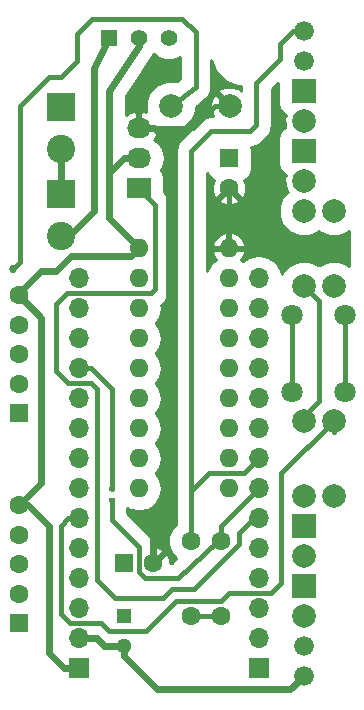
<source format=gtl>
G04 #@! TF.FileFunction,Copper,L1,Top,Signal*
%FSLAX46Y46*%
G04 Gerber Fmt 4.6, Leading zero omitted, Abs format (unit mm)*
G04 Created by KiCad (PCBNEW 4.0.7) date 11/30/19 11:05:29*
%MOMM*%
%LPD*%
G01*
G04 APERTURE LIST*
%ADD10C,0.100000*%
%ADD11C,2.000000*%
%ADD12C,1.676400*%
%ADD13R,2.000000X2.000000*%
%ADD14R,1.600000X1.600000*%
%ADD15C,1.600000*%
%ADD16R,1.700000X1.700000*%
%ADD17O,1.700000X1.700000*%
%ADD18R,1.300000X1.300000*%
%ADD19C,1.300000*%
%ADD20O,1.600000X1.600000*%
%ADD21R,2.032000X1.727200*%
%ADD22O,2.032000X1.727200*%
%ADD23R,1.397000X1.397000*%
%ADD24C,1.397000*%
%ADD25C,2.400000*%
%ADD26R,2.400000X2.400000*%
%ADD27C,1.998980*%
%ADD28C,1.800000*%
%ADD29R,0.600000X0.400000*%
%ADD30C,0.685800*%
%ADD31C,0.609600*%
%ADD32C,0.406400*%
%ADD33C,0.254000*%
G04 APERTURE END LIST*
D10*
D11*
X137327000Y-67945000D03*
X142327000Y-67945000D03*
D12*
X148590000Y-116205000D03*
X148590000Y-113665000D03*
D11*
X148590000Y-106045000D03*
D13*
X148590000Y-103505000D03*
D14*
X124460000Y-111760000D03*
D15*
X124460000Y-109260000D03*
X124460000Y-106760000D03*
X124460000Y-104260000D03*
X124460000Y-101760000D03*
D14*
X133350000Y-106680000D03*
D15*
X135850000Y-106680000D03*
D16*
X144780000Y-115570000D03*
D17*
X144780000Y-113030000D03*
X144780000Y-110490000D03*
X144780000Y-107950000D03*
X144780000Y-105410000D03*
X144780000Y-102870000D03*
X144780000Y-100330000D03*
X144780000Y-97790000D03*
X144780000Y-95250000D03*
X144780000Y-92710000D03*
X144780000Y-90170000D03*
X144780000Y-87630000D03*
X144780000Y-85090000D03*
X144780000Y-82550000D03*
D18*
X133350000Y-111125000D03*
D19*
X133350000Y-113625000D03*
D20*
X142240000Y-100330000D03*
X142240000Y-97790000D03*
X142240000Y-95250000D03*
X142240000Y-92710000D03*
X142240000Y-90170000D03*
X142240000Y-87630000D03*
X142240000Y-85090000D03*
X142240000Y-82550000D03*
X142240000Y-80010000D03*
X134620000Y-80010000D03*
X134620000Y-82550000D03*
X134620000Y-85090000D03*
X134620000Y-87630000D03*
X134620000Y-90170000D03*
X134620000Y-92710000D03*
X134620000Y-95250000D03*
X134620000Y-97790000D03*
X134620000Y-100330000D03*
D14*
X124460000Y-93980000D03*
D15*
X124460000Y-91480000D03*
X124460000Y-88980000D03*
X124460000Y-86480000D03*
X124460000Y-83980000D03*
X142240000Y-74890000D03*
D14*
X142240000Y-72390000D03*
D21*
X134620000Y-74930000D03*
D22*
X134620000Y-72390000D03*
X134620000Y-69850000D03*
D23*
X132080000Y-62230000D03*
D24*
X134620000Y-62230000D03*
X137160000Y-62230000D03*
D25*
X128016000Y-71572000D03*
D26*
X128016000Y-68072000D03*
D25*
X128016000Y-78938000D03*
D26*
X128016000Y-75438000D03*
D11*
X148590000Y-74295000D03*
D13*
X148590000Y-71755000D03*
D27*
X148590000Y-94615000D03*
X148590000Y-100965000D03*
X151130000Y-83185000D03*
X151130000Y-76835000D03*
X151130000Y-94615000D03*
X151130000Y-100965000D03*
X148590000Y-83185000D03*
X148590000Y-76835000D03*
D15*
X141605000Y-111125000D03*
X141605000Y-104775000D03*
X139065000Y-111125000D03*
X139065000Y-104775000D03*
D28*
X147610000Y-85650000D03*
X152110000Y-85650000D03*
X147610000Y-92150000D03*
X152110000Y-92150000D03*
D16*
X129540000Y-115570000D03*
D17*
X129540000Y-113030000D03*
X129540000Y-110490000D03*
X129540000Y-107950000D03*
X129540000Y-105410000D03*
X129540000Y-102870000D03*
X129540000Y-100330000D03*
X129540000Y-97790000D03*
X129540000Y-95250000D03*
X129540000Y-92710000D03*
X129540000Y-90170000D03*
X129540000Y-87630000D03*
X129540000Y-85090000D03*
X129540000Y-82550000D03*
D29*
X132334000Y-100388000D03*
X132334000Y-101288000D03*
D11*
X148590000Y-111125000D03*
D13*
X148590000Y-108585000D03*
D11*
X148590000Y-69215000D03*
D13*
X148590000Y-66675000D03*
D12*
X148590000Y-64135000D03*
X148590000Y-61595000D03*
D30*
X123952000Y-81788000D03*
D31*
X133350000Y-113625000D02*
X133350000Y-114554000D01*
X147447000Y-117348000D02*
X148590000Y-116205000D01*
X136144000Y-117348000D02*
X147447000Y-117348000D01*
X133350000Y-114554000D02*
X136144000Y-117348000D01*
D32*
X134620000Y-69850000D02*
X139192000Y-69850000D01*
X141097000Y-67945000D02*
X142327000Y-67945000D01*
X139192000Y-69850000D02*
X141097000Y-67945000D01*
X142240000Y-80010000D02*
X142240000Y-74890000D01*
D31*
X133350000Y-113625000D02*
X131659000Y-113625000D01*
X131659000Y-113625000D02*
X131064000Y-113030000D01*
X131064000Y-113030000D02*
X129540000Y-113030000D01*
X135850000Y-106680000D02*
X135850000Y-104180000D01*
X135890000Y-69850000D02*
X134620000Y-69850000D01*
X137160000Y-71120000D02*
X135890000Y-69850000D01*
X137160000Y-102870000D02*
X137160000Y-71120000D01*
X135850000Y-104180000D02*
X137160000Y-102870000D01*
D32*
X152035000Y-85725000D02*
X152110000Y-85650000D01*
X152110000Y-85650000D02*
X152110000Y-92150000D01*
X132715000Y-112395000D02*
X132080000Y-112395000D01*
X132715000Y-112395000D02*
X135255000Y-112395000D01*
X135255000Y-112395000D02*
X137795000Y-109855000D01*
X137795000Y-109855000D02*
X141605000Y-109855000D01*
X146685000Y-108331000D02*
X145796000Y-109220000D01*
X145796000Y-109220000D02*
X142240000Y-109220000D01*
X142240000Y-109220000D02*
X141605000Y-109855000D01*
X151130000Y-94615000D02*
X146685000Y-99060000D01*
X146685000Y-103505000D02*
X146685000Y-99060000D01*
X146685000Y-103505000D02*
X146685000Y-108331000D01*
X128651000Y-102870000D02*
X129540000Y-102870000D01*
X128016000Y-103505000D02*
X128651000Y-102870000D01*
X128016000Y-110998000D02*
X128016000Y-103505000D01*
X128778000Y-111760000D02*
X128016000Y-110998000D01*
X131445000Y-111760000D02*
X128778000Y-111760000D01*
X132080000Y-112395000D02*
X131445000Y-111760000D01*
X151130000Y-94615000D02*
X151130000Y-95567500D01*
X147610000Y-85650000D02*
X147610000Y-92150000D01*
D31*
X128016000Y-71572000D02*
X128016000Y-75438000D01*
X128016000Y-78938000D02*
X128707000Y-78938000D01*
X128707000Y-78938000D02*
X130810000Y-76835000D01*
X130810000Y-76835000D02*
X130810000Y-64770000D01*
X130810000Y-64770000D02*
X132080000Y-62230000D01*
D32*
X139446000Y-66334000D02*
X137327000Y-67945000D01*
X139446000Y-61722000D02*
X139446000Y-66334000D01*
X138303000Y-60579000D02*
X139446000Y-61722000D01*
X130683000Y-60579000D02*
X138303000Y-60579000D01*
X129413000Y-61849000D02*
X130683000Y-60579000D01*
X129413000Y-64135000D02*
X129413000Y-61849000D01*
X128016000Y-65532000D02*
X129413000Y-64135000D01*
X127000000Y-65532000D02*
X128016000Y-65532000D01*
X124587000Y-67945000D02*
X127000000Y-65532000D01*
X124587000Y-81153000D02*
X124587000Y-67945000D01*
X123952000Y-81788000D02*
X124587000Y-81153000D01*
X144780000Y-105410000D02*
X144907000Y-105410000D01*
X143129000Y-104140000D02*
X143129000Y-105029000D01*
X134620000Y-74930000D02*
X136017000Y-76327000D01*
X136017000Y-83439000D02*
X136017000Y-76327000D01*
X135636000Y-83820000D02*
X136017000Y-83439000D01*
X128524000Y-83820000D02*
X135636000Y-83820000D01*
X127635000Y-84709000D02*
X128524000Y-83820000D01*
X127635000Y-90424000D02*
X127635000Y-84709000D01*
X128651000Y-91440000D02*
X127635000Y-90424000D01*
X130556000Y-91440000D02*
X128651000Y-91440000D01*
X131064000Y-91948000D02*
X130556000Y-91440000D01*
X131064000Y-108077000D02*
X131064000Y-91948000D01*
X132588000Y-109601000D02*
X131064000Y-108077000D01*
X136652000Y-109601000D02*
X132588000Y-109601000D01*
X137414000Y-108839000D02*
X136652000Y-109601000D01*
X143129000Y-104140000D02*
X144399000Y-102870000D01*
X139319000Y-108839000D02*
X137414000Y-108839000D01*
X143129000Y-105029000D02*
X139319000Y-108839000D01*
X144780000Y-102870000D02*
X144399000Y-102870000D01*
X148590000Y-94615000D02*
X148590000Y-94234000D01*
X148590000Y-94234000D02*
X149860000Y-92964000D01*
X149860000Y-92964000D02*
X149860000Y-84455000D01*
X149860000Y-84455000D02*
X148590000Y-83185000D01*
X132334000Y-102870000D02*
X132334000Y-102997000D01*
X141351000Y-104775000D02*
X137922000Y-107950000D01*
X132334000Y-102870000D02*
X132334000Y-101288000D01*
X135128000Y-107950000D02*
X137922000Y-107950000D01*
X134620000Y-107442000D02*
X135128000Y-107950000D01*
X134620000Y-105283000D02*
X134620000Y-107442000D01*
X132334000Y-102997000D02*
X134620000Y-105283000D01*
X141605000Y-104775000D02*
X141605000Y-103505000D01*
X141605000Y-103505000D02*
X144780000Y-100330000D01*
X141605000Y-104775000D02*
X141605000Y-104394000D01*
X141605000Y-104775000D02*
X141351000Y-104775000D01*
X144589500Y-67881500D02*
X144589500Y-69532500D01*
X144589500Y-65976500D02*
X144589500Y-67881500D01*
X140716000Y-70104000D02*
X139065000Y-71755000D01*
X144018000Y-70104000D02*
X140716000Y-70104000D01*
X144589500Y-69532500D02*
X144018000Y-70104000D01*
X139065000Y-104775000D02*
X139065000Y-100584000D01*
X143510000Y-99060000D02*
X144780000Y-97790000D01*
X140589000Y-99060000D02*
X143510000Y-99060000D01*
X139065000Y-100584000D02*
X140589000Y-99060000D01*
X139065000Y-71755000D02*
X139065000Y-104775000D01*
X148590000Y-61595000D02*
X147701000Y-61595000D01*
X147701000Y-61595000D02*
X146558000Y-62738000D01*
X139065000Y-104775000D02*
X139065000Y-104140000D01*
X147955000Y-61595000D02*
X148590000Y-61595000D01*
X146558000Y-62738000D02*
X146558000Y-64008000D01*
X146558000Y-64008000D02*
X144589500Y-65976500D01*
X144589500Y-65976500D02*
X144526000Y-66040000D01*
D31*
X124460000Y-101760000D02*
X125255000Y-101760000D01*
X125255000Y-101760000D02*
X127000000Y-103505000D01*
X128270000Y-115570000D02*
X129540000Y-115570000D01*
X127000000Y-114300000D02*
X128270000Y-115570000D01*
X127000000Y-103505000D02*
X127000000Y-114300000D01*
X124460000Y-101760000D02*
X124620000Y-101760000D01*
X126365000Y-97790000D02*
X126365000Y-99855000D01*
X126365000Y-97790000D02*
X126365000Y-85885000D01*
X124460000Y-83980000D02*
X126365000Y-85885000D01*
X126365000Y-99855000D02*
X124460000Y-101760000D01*
X124460000Y-83980000D02*
X124460000Y-83820000D01*
X124460000Y-83820000D02*
X126365000Y-81915000D01*
X133985000Y-80645000D02*
X134620000Y-80010000D01*
X128905000Y-80645000D02*
X133985000Y-80645000D01*
X127635000Y-81915000D02*
X128905000Y-80645000D01*
X126365000Y-81915000D02*
X127635000Y-81915000D01*
X134620000Y-72390000D02*
X133350000Y-72390000D01*
X133350000Y-72390000D02*
X132080000Y-73660000D01*
X134620000Y-62230000D02*
X134620000Y-62865000D01*
X134620000Y-62865000D02*
X132080000Y-66675000D01*
X132080000Y-66675000D02*
X132080000Y-73660000D01*
X132080000Y-73660000D02*
X132080000Y-77470000D01*
X132080000Y-77470000D02*
X134620000Y-80010000D01*
D32*
X141605000Y-111125000D02*
X139065000Y-111125000D01*
X132334000Y-100388000D02*
X132334000Y-91948000D01*
X130556000Y-90170000D02*
X129540000Y-90170000D01*
X132334000Y-91948000D02*
X130556000Y-90170000D01*
D33*
G36*
X148783748Y-116190858D02*
X148769605Y-116205000D01*
X148783748Y-116219143D01*
X148604143Y-116398748D01*
X148590000Y-116384605D01*
X148575858Y-116398748D01*
X148396253Y-116219143D01*
X148410395Y-116205000D01*
X148396253Y-116190858D01*
X148575858Y-116011253D01*
X148590000Y-116025395D01*
X148604143Y-116011253D01*
X148783748Y-116190858D01*
X148783748Y-116190858D01*
G37*
X148783748Y-116190858D02*
X148769605Y-116205000D01*
X148783748Y-116219143D01*
X148604143Y-116398748D01*
X148590000Y-116384605D01*
X148575858Y-116398748D01*
X148396253Y-116219143D01*
X148410395Y-116205000D01*
X148396253Y-116190858D01*
X148575858Y-116011253D01*
X148590000Y-116025395D01*
X148604143Y-116011253D01*
X148783748Y-116190858D01*
G36*
X148783748Y-111110858D02*
X148769605Y-111125000D01*
X148783748Y-111139143D01*
X148604143Y-111318748D01*
X148590000Y-111304605D01*
X148575858Y-111318748D01*
X148396253Y-111139143D01*
X148410395Y-111125000D01*
X148396253Y-111110858D01*
X148575858Y-110931253D01*
X148590000Y-110945395D01*
X148604143Y-110931253D01*
X148783748Y-111110858D01*
X148783748Y-111110858D01*
G37*
X148783748Y-111110858D02*
X148769605Y-111125000D01*
X148783748Y-111139143D01*
X148604143Y-111318748D01*
X148590000Y-111304605D01*
X148575858Y-111318748D01*
X148396253Y-111139143D01*
X148410395Y-111125000D01*
X148396253Y-111110858D01*
X148575858Y-110931253D01*
X148590000Y-110945395D01*
X148604143Y-110931253D01*
X148783748Y-111110858D01*
G36*
X136124587Y-63776681D02*
X136795292Y-64055183D01*
X137521521Y-64055817D01*
X138115800Y-63810265D01*
X138115800Y-65674326D01*
X137864732Y-65865204D01*
X137751943Y-65818370D01*
X136905770Y-65817632D01*
X136123726Y-66140766D01*
X135524869Y-66738578D01*
X135200370Y-67520057D01*
X135199632Y-68366230D01*
X135235733Y-68453601D01*
X134981913Y-68364816D01*
X134747000Y-68509076D01*
X134747000Y-69723000D01*
X136096489Y-69723000D01*
X136120578Y-69747131D01*
X136902057Y-70071630D01*
X137748230Y-70072368D01*
X138530274Y-69749234D01*
X139129131Y-69151422D01*
X139453630Y-68369943D01*
X139453954Y-67998931D01*
X140251059Y-67392920D01*
X140311173Y-67324988D01*
X140386593Y-67274593D01*
X140481635Y-67132354D01*
X140595010Y-67004232D01*
X140624551Y-66918466D01*
X140674945Y-66843046D01*
X140708320Y-66675256D01*
X140764032Y-66513507D01*
X140758503Y-66422967D01*
X140776200Y-66334000D01*
X140776200Y-64090207D01*
X141175607Y-65056846D01*
X141949082Y-65831672D01*
X142960192Y-66251521D01*
X143237923Y-66251764D01*
X143259300Y-66359235D01*
X143259300Y-66682584D01*
X143201264Y-66525613D01*
X142591539Y-66299092D01*
X141941540Y-66323144D01*
X141452736Y-66525613D01*
X141354073Y-66792468D01*
X142327000Y-67765395D01*
X142341143Y-67751253D01*
X142520748Y-67930858D01*
X142506605Y-67945000D01*
X142520748Y-67959143D01*
X142341143Y-68138748D01*
X142327000Y-68124605D01*
X142312858Y-68138748D01*
X142133253Y-67959143D01*
X142147395Y-67945000D01*
X141174468Y-66972073D01*
X140907613Y-67070736D01*
X140681092Y-67680461D01*
X140705144Y-68330460D01*
X140888781Y-68773800D01*
X140716000Y-68773800D01*
X140206955Y-68875054D01*
X139775407Y-69163406D01*
X138124407Y-70814407D01*
X137836055Y-71245954D01*
X137734800Y-71755000D01*
X137734800Y-103380066D01*
X137432322Y-103682017D01*
X137138335Y-104390014D01*
X137137666Y-105156622D01*
X137430416Y-105865132D01*
X137807651Y-106243026D01*
X137400735Y-106619800D01*
X137283760Y-106619800D01*
X137269778Y-106326546D01*
X137103864Y-105925995D01*
X136857745Y-105851861D01*
X136089805Y-106619800D01*
X135950200Y-106619800D01*
X135950200Y-106400195D01*
X136678139Y-105672255D01*
X136604005Y-105426136D01*
X136066777Y-105233035D01*
X135941450Y-105239010D01*
X135848945Y-104773954D01*
X135797198Y-104696510D01*
X135560593Y-104342406D01*
X133664200Y-102446014D01*
X133664200Y-101989632D01*
X133844817Y-102110316D01*
X134582248Y-102257000D01*
X134657752Y-102257000D01*
X135395183Y-102110316D01*
X136020347Y-101692595D01*
X136438068Y-101067431D01*
X136584752Y-100330000D01*
X136438068Y-99592569D01*
X136082217Y-99060000D01*
X136438068Y-98527431D01*
X136584752Y-97790000D01*
X136438068Y-97052569D01*
X136082217Y-96520000D01*
X136438068Y-95987431D01*
X136584752Y-95250000D01*
X136438068Y-94512569D01*
X136082217Y-93980000D01*
X136438068Y-93447431D01*
X136584752Y-92710000D01*
X136438068Y-91972569D01*
X136082217Y-91440000D01*
X136438068Y-90907431D01*
X136584752Y-90170000D01*
X136438068Y-89432569D01*
X136082217Y-88900000D01*
X136438068Y-88367431D01*
X136584752Y-87630000D01*
X136438068Y-86892569D01*
X136082217Y-86360000D01*
X136438068Y-85827431D01*
X136584752Y-85090000D01*
X136525959Y-84794426D01*
X136576593Y-84760593D01*
X136957593Y-84379594D01*
X137245945Y-83948046D01*
X137289833Y-83727405D01*
X137347200Y-83439000D01*
X137347200Y-76327000D01*
X137245945Y-75817954D01*
X137229672Y-75793600D01*
X136957593Y-75386406D01*
X136785079Y-75213892D01*
X136785079Y-74066400D01*
X136706494Y-73648759D01*
X136517564Y-73355152D01*
X136653459Y-73151770D01*
X136804984Y-72390000D01*
X136653459Y-71628230D01*
X136221951Y-70982433D01*
X135930686Y-70787816D01*
X135970732Y-70752036D01*
X136224709Y-70224791D01*
X136227358Y-70209026D01*
X136106217Y-69977000D01*
X134747000Y-69977000D01*
X134747000Y-69997000D01*
X134493000Y-69997000D01*
X134493000Y-69977000D01*
X134473000Y-69977000D01*
X134473000Y-69723000D01*
X134493000Y-69723000D01*
X134493000Y-68509076D01*
X134258087Y-68364816D01*
X133705680Y-68558046D01*
X133511800Y-68731271D01*
X133511800Y-67108515D01*
X135811330Y-63659220D01*
X135838788Y-63592735D01*
X135889964Y-63541648D01*
X136124587Y-63776681D01*
X136124587Y-63776681D01*
G37*
X136124587Y-63776681D02*
X136795292Y-64055183D01*
X137521521Y-64055817D01*
X138115800Y-63810265D01*
X138115800Y-65674326D01*
X137864732Y-65865204D01*
X137751943Y-65818370D01*
X136905770Y-65817632D01*
X136123726Y-66140766D01*
X135524869Y-66738578D01*
X135200370Y-67520057D01*
X135199632Y-68366230D01*
X135235733Y-68453601D01*
X134981913Y-68364816D01*
X134747000Y-68509076D01*
X134747000Y-69723000D01*
X136096489Y-69723000D01*
X136120578Y-69747131D01*
X136902057Y-70071630D01*
X137748230Y-70072368D01*
X138530274Y-69749234D01*
X139129131Y-69151422D01*
X139453630Y-68369943D01*
X139453954Y-67998931D01*
X140251059Y-67392920D01*
X140311173Y-67324988D01*
X140386593Y-67274593D01*
X140481635Y-67132354D01*
X140595010Y-67004232D01*
X140624551Y-66918466D01*
X140674945Y-66843046D01*
X140708320Y-66675256D01*
X140764032Y-66513507D01*
X140758503Y-66422967D01*
X140776200Y-66334000D01*
X140776200Y-64090207D01*
X141175607Y-65056846D01*
X141949082Y-65831672D01*
X142960192Y-66251521D01*
X143237923Y-66251764D01*
X143259300Y-66359235D01*
X143259300Y-66682584D01*
X143201264Y-66525613D01*
X142591539Y-66299092D01*
X141941540Y-66323144D01*
X141452736Y-66525613D01*
X141354073Y-66792468D01*
X142327000Y-67765395D01*
X142341143Y-67751253D01*
X142520748Y-67930858D01*
X142506605Y-67945000D01*
X142520748Y-67959143D01*
X142341143Y-68138748D01*
X142327000Y-68124605D01*
X142312858Y-68138748D01*
X142133253Y-67959143D01*
X142147395Y-67945000D01*
X141174468Y-66972073D01*
X140907613Y-67070736D01*
X140681092Y-67680461D01*
X140705144Y-68330460D01*
X140888781Y-68773800D01*
X140716000Y-68773800D01*
X140206955Y-68875054D01*
X139775407Y-69163406D01*
X138124407Y-70814407D01*
X137836055Y-71245954D01*
X137734800Y-71755000D01*
X137734800Y-103380066D01*
X137432322Y-103682017D01*
X137138335Y-104390014D01*
X137137666Y-105156622D01*
X137430416Y-105865132D01*
X137807651Y-106243026D01*
X137400735Y-106619800D01*
X137283760Y-106619800D01*
X137269778Y-106326546D01*
X137103864Y-105925995D01*
X136857745Y-105851861D01*
X136089805Y-106619800D01*
X135950200Y-106619800D01*
X135950200Y-106400195D01*
X136678139Y-105672255D01*
X136604005Y-105426136D01*
X136066777Y-105233035D01*
X135941450Y-105239010D01*
X135848945Y-104773954D01*
X135797198Y-104696510D01*
X135560593Y-104342406D01*
X133664200Y-102446014D01*
X133664200Y-101989632D01*
X133844817Y-102110316D01*
X134582248Y-102257000D01*
X134657752Y-102257000D01*
X135395183Y-102110316D01*
X136020347Y-101692595D01*
X136438068Y-101067431D01*
X136584752Y-100330000D01*
X136438068Y-99592569D01*
X136082217Y-99060000D01*
X136438068Y-98527431D01*
X136584752Y-97790000D01*
X136438068Y-97052569D01*
X136082217Y-96520000D01*
X136438068Y-95987431D01*
X136584752Y-95250000D01*
X136438068Y-94512569D01*
X136082217Y-93980000D01*
X136438068Y-93447431D01*
X136584752Y-92710000D01*
X136438068Y-91972569D01*
X136082217Y-91440000D01*
X136438068Y-90907431D01*
X136584752Y-90170000D01*
X136438068Y-89432569D01*
X136082217Y-88900000D01*
X136438068Y-88367431D01*
X136584752Y-87630000D01*
X136438068Y-86892569D01*
X136082217Y-86360000D01*
X136438068Y-85827431D01*
X136584752Y-85090000D01*
X136525959Y-84794426D01*
X136576593Y-84760593D01*
X136957593Y-84379594D01*
X137245945Y-83948046D01*
X137289833Y-83727405D01*
X137347200Y-83439000D01*
X137347200Y-76327000D01*
X137245945Y-75817954D01*
X137229672Y-75793600D01*
X136957593Y-75386406D01*
X136785079Y-75213892D01*
X136785079Y-74066400D01*
X136706494Y-73648759D01*
X136517564Y-73355152D01*
X136653459Y-73151770D01*
X136804984Y-72390000D01*
X136653459Y-71628230D01*
X136221951Y-70982433D01*
X135930686Y-70787816D01*
X135970732Y-70752036D01*
X136224709Y-70224791D01*
X136227358Y-70209026D01*
X136106217Y-69977000D01*
X134747000Y-69977000D01*
X134747000Y-69997000D01*
X134493000Y-69997000D01*
X134493000Y-69977000D01*
X134473000Y-69977000D01*
X134473000Y-69723000D01*
X134493000Y-69723000D01*
X134493000Y-68509076D01*
X134258087Y-68364816D01*
X133705680Y-68558046D01*
X133511800Y-68731271D01*
X133511800Y-67108515D01*
X135811330Y-63659220D01*
X135838788Y-63592735D01*
X135889964Y-63541648D01*
X136124587Y-63776681D01*
G36*
X148783748Y-106030858D02*
X148769605Y-106045000D01*
X148783748Y-106059143D01*
X148604143Y-106238748D01*
X148590000Y-106224605D01*
X148575858Y-106238748D01*
X148396253Y-106059143D01*
X148410395Y-106045000D01*
X148396253Y-106030858D01*
X148575858Y-105851253D01*
X148590000Y-105865395D01*
X148604143Y-105851253D01*
X148783748Y-106030858D01*
X148783748Y-106030858D01*
G37*
X148783748Y-106030858D02*
X148769605Y-106045000D01*
X148783748Y-106059143D01*
X148604143Y-106238748D01*
X148590000Y-106224605D01*
X148575858Y-106238748D01*
X148396253Y-106059143D01*
X148410395Y-106045000D01*
X148396253Y-106030858D01*
X148575858Y-105851253D01*
X148590000Y-105865395D01*
X148604143Y-105851253D01*
X148783748Y-106030858D01*
G36*
X152303748Y-92135858D02*
X152289605Y-92150000D01*
X152303748Y-92164143D01*
X152124143Y-92343748D01*
X152110000Y-92329605D01*
X152095858Y-92343748D01*
X151916253Y-92164143D01*
X151930395Y-92150000D01*
X151916253Y-92135858D01*
X152095858Y-91956253D01*
X152110000Y-91970395D01*
X152124143Y-91956253D01*
X152303748Y-92135858D01*
X152303748Y-92135858D01*
G37*
X152303748Y-92135858D02*
X152289605Y-92150000D01*
X152303748Y-92164143D01*
X152124143Y-92343748D01*
X152110000Y-92329605D01*
X152095858Y-92343748D01*
X151916253Y-92164143D01*
X151930395Y-92150000D01*
X151916253Y-92135858D01*
X152095858Y-91956253D01*
X152110000Y-91970395D01*
X152124143Y-91956253D01*
X152303748Y-92135858D01*
G36*
X152303748Y-85635858D02*
X152289605Y-85650000D01*
X152303748Y-85664143D01*
X152124143Y-85843748D01*
X152110000Y-85829605D01*
X152095858Y-85843748D01*
X151916253Y-85664143D01*
X151930395Y-85650000D01*
X151916253Y-85635858D01*
X152095858Y-85456253D01*
X152110000Y-85470395D01*
X152124143Y-85456253D01*
X152303748Y-85635858D01*
X152303748Y-85635858D01*
G37*
X152303748Y-85635858D02*
X152289605Y-85650000D01*
X152303748Y-85664143D01*
X152124143Y-85843748D01*
X152110000Y-85829605D01*
X152095858Y-85843748D01*
X151916253Y-85664143D01*
X151930395Y-85650000D01*
X151916253Y-85635858D01*
X152095858Y-85456253D01*
X152110000Y-85470395D01*
X152124143Y-85456253D01*
X152303748Y-85635858D01*
G36*
X146440921Y-67675000D02*
X146519506Y-68092641D01*
X146766331Y-68476219D01*
X147048621Y-68669100D01*
X146944092Y-68950461D01*
X146968144Y-69600460D01*
X147038607Y-69770573D01*
X146788781Y-69931331D01*
X146531452Y-70307944D01*
X146440921Y-70755000D01*
X146440921Y-72755000D01*
X146519506Y-73172641D01*
X146766331Y-73556219D01*
X147048621Y-73749100D01*
X146944092Y-74030461D01*
X146968144Y-74680460D01*
X147170613Y-75169264D01*
X147227601Y-75190334D01*
X146788301Y-75628868D01*
X146463880Y-76410159D01*
X146463142Y-77256129D01*
X146786199Y-78037986D01*
X147383868Y-78636699D01*
X148165159Y-78961120D01*
X149011129Y-78961858D01*
X149792986Y-78638801D01*
X149859592Y-78572311D01*
X149923868Y-78636699D01*
X150705159Y-78961120D01*
X151551129Y-78961858D01*
X152332986Y-78638801D01*
X152416000Y-78555932D01*
X152416000Y-81463309D01*
X152336132Y-81383301D01*
X151554841Y-81058880D01*
X150708871Y-81058142D01*
X149927014Y-81381199D01*
X149860408Y-81447689D01*
X149796132Y-81383301D01*
X149014841Y-81058880D01*
X148168871Y-81058142D01*
X147387014Y-81381199D01*
X146788301Y-81978868D01*
X146716515Y-82151748D01*
X146645242Y-81793435D01*
X146216682Y-81152050D01*
X145575297Y-80723490D01*
X144818732Y-80573000D01*
X144741268Y-80573000D01*
X143984703Y-80723490D01*
X143465376Y-81070493D01*
X143286594Y-80951035D01*
X143471041Y-80747423D01*
X143631904Y-80359039D01*
X143509915Y-80137000D01*
X142367000Y-80137000D01*
X142367000Y-80157000D01*
X142113000Y-80157000D01*
X142113000Y-80137000D01*
X140970085Y-80137000D01*
X140848096Y-80359039D01*
X141008959Y-80747423D01*
X141193406Y-80951035D01*
X140839653Y-81187405D01*
X140421932Y-81812569D01*
X140395200Y-81946960D01*
X140395200Y-79660961D01*
X140848096Y-79660961D01*
X140970085Y-79883000D01*
X142113000Y-79883000D01*
X142113000Y-78739371D01*
X142367000Y-78739371D01*
X142367000Y-79883000D01*
X143509915Y-79883000D01*
X143631904Y-79660961D01*
X143471041Y-79272577D01*
X143095134Y-78857611D01*
X142589041Y-78618086D01*
X142367000Y-78739371D01*
X142113000Y-78739371D01*
X141890959Y-78618086D01*
X141384866Y-78857611D01*
X141008959Y-79272577D01*
X140848096Y-79660961D01*
X140395200Y-79660961D01*
X140395200Y-75897745D01*
X141411861Y-75897745D01*
X141485995Y-76143864D01*
X142023223Y-76336965D01*
X142593454Y-76309778D01*
X142994005Y-76143864D01*
X143068139Y-75897745D01*
X142240000Y-75069605D01*
X141411861Y-75897745D01*
X140395200Y-75897745D01*
X140395200Y-73647571D01*
X140616331Y-73991219D01*
X140954999Y-74222621D01*
X140793035Y-74673223D01*
X140820222Y-75243454D01*
X140986136Y-75644005D01*
X141232255Y-75718139D01*
X142060395Y-74890000D01*
X142046252Y-74875858D01*
X142225858Y-74696253D01*
X142240000Y-74710395D01*
X142254143Y-74696253D01*
X142433748Y-74875858D01*
X142419605Y-74890000D01*
X143247745Y-75718139D01*
X143493864Y-75644005D01*
X143686965Y-75106777D01*
X143659778Y-74536546D01*
X143526958Y-74215890D01*
X143841219Y-74013669D01*
X144098548Y-73637056D01*
X144189079Y-73190000D01*
X144189079Y-71590000D01*
X144154649Y-71407019D01*
X144527046Y-71332945D01*
X144958593Y-71044593D01*
X145530093Y-70473093D01*
X145818445Y-70041546D01*
X145840368Y-69931331D01*
X145919700Y-69532500D01*
X145919700Y-66527486D01*
X146440921Y-66006265D01*
X146440921Y-67675000D01*
X146440921Y-67675000D01*
G37*
X146440921Y-67675000D02*
X146519506Y-68092641D01*
X146766331Y-68476219D01*
X147048621Y-68669100D01*
X146944092Y-68950461D01*
X146968144Y-69600460D01*
X147038607Y-69770573D01*
X146788781Y-69931331D01*
X146531452Y-70307944D01*
X146440921Y-70755000D01*
X146440921Y-72755000D01*
X146519506Y-73172641D01*
X146766331Y-73556219D01*
X147048621Y-73749100D01*
X146944092Y-74030461D01*
X146968144Y-74680460D01*
X147170613Y-75169264D01*
X147227601Y-75190334D01*
X146788301Y-75628868D01*
X146463880Y-76410159D01*
X146463142Y-77256129D01*
X146786199Y-78037986D01*
X147383868Y-78636699D01*
X148165159Y-78961120D01*
X149011129Y-78961858D01*
X149792986Y-78638801D01*
X149859592Y-78572311D01*
X149923868Y-78636699D01*
X150705159Y-78961120D01*
X151551129Y-78961858D01*
X152332986Y-78638801D01*
X152416000Y-78555932D01*
X152416000Y-81463309D01*
X152336132Y-81383301D01*
X151554841Y-81058880D01*
X150708871Y-81058142D01*
X149927014Y-81381199D01*
X149860408Y-81447689D01*
X149796132Y-81383301D01*
X149014841Y-81058880D01*
X148168871Y-81058142D01*
X147387014Y-81381199D01*
X146788301Y-81978868D01*
X146716515Y-82151748D01*
X146645242Y-81793435D01*
X146216682Y-81152050D01*
X145575297Y-80723490D01*
X144818732Y-80573000D01*
X144741268Y-80573000D01*
X143984703Y-80723490D01*
X143465376Y-81070493D01*
X143286594Y-80951035D01*
X143471041Y-80747423D01*
X143631904Y-80359039D01*
X143509915Y-80137000D01*
X142367000Y-80137000D01*
X142367000Y-80157000D01*
X142113000Y-80157000D01*
X142113000Y-80137000D01*
X140970085Y-80137000D01*
X140848096Y-80359039D01*
X141008959Y-80747423D01*
X141193406Y-80951035D01*
X140839653Y-81187405D01*
X140421932Y-81812569D01*
X140395200Y-81946960D01*
X140395200Y-79660961D01*
X140848096Y-79660961D01*
X140970085Y-79883000D01*
X142113000Y-79883000D01*
X142113000Y-78739371D01*
X142367000Y-78739371D01*
X142367000Y-79883000D01*
X143509915Y-79883000D01*
X143631904Y-79660961D01*
X143471041Y-79272577D01*
X143095134Y-78857611D01*
X142589041Y-78618086D01*
X142367000Y-78739371D01*
X142113000Y-78739371D01*
X141890959Y-78618086D01*
X141384866Y-78857611D01*
X141008959Y-79272577D01*
X140848096Y-79660961D01*
X140395200Y-79660961D01*
X140395200Y-75897745D01*
X141411861Y-75897745D01*
X141485995Y-76143864D01*
X142023223Y-76336965D01*
X142593454Y-76309778D01*
X142994005Y-76143864D01*
X143068139Y-75897745D01*
X142240000Y-75069605D01*
X141411861Y-75897745D01*
X140395200Y-75897745D01*
X140395200Y-73647571D01*
X140616331Y-73991219D01*
X140954999Y-74222621D01*
X140793035Y-74673223D01*
X140820222Y-75243454D01*
X140986136Y-75644005D01*
X141232255Y-75718139D01*
X142060395Y-74890000D01*
X142046252Y-74875858D01*
X142225858Y-74696253D01*
X142240000Y-74710395D01*
X142254143Y-74696253D01*
X142433748Y-74875858D01*
X142419605Y-74890000D01*
X143247745Y-75718139D01*
X143493864Y-75644005D01*
X143686965Y-75106777D01*
X143659778Y-74536546D01*
X143526958Y-74215890D01*
X143841219Y-74013669D01*
X144098548Y-73637056D01*
X144189079Y-73190000D01*
X144189079Y-71590000D01*
X144154649Y-71407019D01*
X144527046Y-71332945D01*
X144958593Y-71044593D01*
X145530093Y-70473093D01*
X145818445Y-70041546D01*
X145840368Y-69931331D01*
X145919700Y-69532500D01*
X145919700Y-66527486D01*
X146440921Y-66006265D01*
X146440921Y-67675000D01*
G36*
X148783748Y-74280858D02*
X148769605Y-74295000D01*
X148783748Y-74309143D01*
X148604143Y-74488748D01*
X148590000Y-74474605D01*
X148575858Y-74488748D01*
X148396253Y-74309143D01*
X148410395Y-74295000D01*
X148396253Y-74280858D01*
X148575858Y-74101253D01*
X148590000Y-74115395D01*
X148604143Y-74101253D01*
X148783748Y-74280858D01*
X148783748Y-74280858D01*
G37*
X148783748Y-74280858D02*
X148769605Y-74295000D01*
X148783748Y-74309143D01*
X148604143Y-74488748D01*
X148590000Y-74474605D01*
X148575858Y-74488748D01*
X148396253Y-74309143D01*
X148410395Y-74295000D01*
X148396253Y-74280858D01*
X148575858Y-74101253D01*
X148590000Y-74115395D01*
X148604143Y-74101253D01*
X148783748Y-74280858D01*
G36*
X148783748Y-69200858D02*
X148769605Y-69215000D01*
X148783748Y-69229143D01*
X148604143Y-69408748D01*
X148590000Y-69394605D01*
X148575858Y-69408748D01*
X148396253Y-69229143D01*
X148410395Y-69215000D01*
X148396253Y-69200858D01*
X148575858Y-69021253D01*
X148590000Y-69035395D01*
X148604143Y-69021253D01*
X148783748Y-69200858D01*
X148783748Y-69200858D01*
G37*
X148783748Y-69200858D02*
X148769605Y-69215000D01*
X148783748Y-69229143D01*
X148604143Y-69408748D01*
X148590000Y-69394605D01*
X148575858Y-69408748D01*
X148396253Y-69229143D01*
X148410395Y-69215000D01*
X148396253Y-69200858D01*
X148575858Y-69021253D01*
X148590000Y-69035395D01*
X148604143Y-69021253D01*
X148783748Y-69200858D01*
G36*
X128143000Y-67945000D02*
X128163000Y-67945000D01*
X128163000Y-68199000D01*
X128143000Y-68199000D01*
X128143000Y-68219000D01*
X127889000Y-68219000D01*
X127889000Y-68199000D01*
X127869000Y-68199000D01*
X127869000Y-67945000D01*
X127889000Y-67945000D01*
X127889000Y-67925000D01*
X128143000Y-67925000D01*
X128143000Y-67945000D01*
X128143000Y-67945000D01*
G37*
X128143000Y-67945000D02*
X128163000Y-67945000D01*
X128163000Y-68199000D01*
X128143000Y-68199000D01*
X128143000Y-68219000D01*
X127889000Y-68219000D01*
X127889000Y-68199000D01*
X127869000Y-68199000D01*
X127869000Y-67945000D01*
X127889000Y-67945000D01*
X127889000Y-67925000D01*
X128143000Y-67925000D01*
X128143000Y-67945000D01*
G36*
X148783748Y-64120858D02*
X148769605Y-64135000D01*
X148783748Y-64149143D01*
X148604143Y-64328748D01*
X148590000Y-64314605D01*
X148575858Y-64328748D01*
X148396253Y-64149143D01*
X148410395Y-64135000D01*
X148396253Y-64120858D01*
X148575858Y-63941253D01*
X148590000Y-63955395D01*
X148604143Y-63941253D01*
X148783748Y-64120858D01*
X148783748Y-64120858D01*
G37*
X148783748Y-64120858D02*
X148769605Y-64135000D01*
X148783748Y-64149143D01*
X148604143Y-64328748D01*
X148590000Y-64314605D01*
X148575858Y-64328748D01*
X148396253Y-64149143D01*
X148410395Y-64135000D01*
X148396253Y-64120858D01*
X148575858Y-63941253D01*
X148590000Y-63955395D01*
X148604143Y-63941253D01*
X148783748Y-64120858D01*
M02*

</source>
